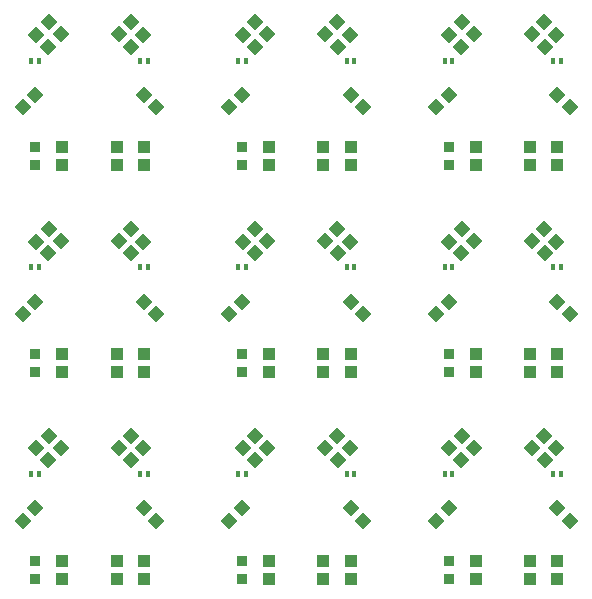
<source format=gtp>
G04*
G04 #@! TF.GenerationSoftware,Altium Limited,Altium Designer,23.9.2 (47)*
G04*
G04 Layer_Color=8421504*
%FSLAX25Y25*%
%MOIN*%
G70*
G04*
G04 #@! TF.SameCoordinates,401DFDD2-2C6D-4DC6-8BE5-0435FED1B9C0*
G04*
G04*
G04 #@! TF.FilePolarity,Positive*
G04*
G01*
G75*
%ADD13R,0.01181X0.02362*%
G04:AMPARAMS|DCode=20|XSize=39.37mil|YSize=41.34mil|CornerRadius=0mil|HoleSize=0mil|Usage=FLASHONLY|Rotation=45.000|XOffset=0mil|YOffset=0mil|HoleType=Round|Shape=Rectangle|*
%AMROTATEDRECTD20*
4,1,4,0.00070,-0.02854,-0.02854,0.00070,-0.00070,0.02854,0.02854,-0.00070,0.00070,-0.02854,0.0*
%
%ADD20ROTATEDRECTD20*%

G04:AMPARAMS|DCode=21|XSize=39.37mil|YSize=41.34mil|CornerRadius=0mil|HoleSize=0mil|Usage=FLASHONLY|Rotation=135.000|XOffset=0mil|YOffset=0mil|HoleType=Round|Shape=Rectangle|*
%AMROTATEDRECTD21*
4,1,4,0.02854,0.00070,-0.00070,-0.02854,-0.02854,-0.00070,0.00070,0.02854,0.02854,0.00070,0.0*
%
%ADD21ROTATEDRECTD21*%

%ADD22R,0.03740X0.03347*%
%ADD23R,0.03937X0.04134*%
D13*
X85728Y78740D02*
D03*
X88287D02*
D03*
X52067D02*
D03*
X49508D02*
D03*
X16831D02*
D03*
X19390D02*
D03*
X-16831D02*
D03*
X-19390D02*
D03*
X-52067D02*
D03*
X-49508D02*
D03*
X-85728D02*
D03*
X-88287D02*
D03*
X-52067Y9843D02*
D03*
X-49508D02*
D03*
X-85728D02*
D03*
X-88287D02*
D03*
X16831Y9843D02*
D03*
X19390D02*
D03*
X-16831D02*
D03*
X-19390D02*
D03*
X85728D02*
D03*
X88287D02*
D03*
X52067D02*
D03*
X49508D02*
D03*
X85728Y-59055D02*
D03*
X88287D02*
D03*
X52067D02*
D03*
X49508D02*
D03*
X16831D02*
D03*
X19390D02*
D03*
X-16831D02*
D03*
X-19390D02*
D03*
X-52067D02*
D03*
X-49508D02*
D03*
X-85728D02*
D03*
X-88287D02*
D03*
D20*
X87008Y67323D02*
D03*
X91184Y63147D02*
D03*
X78621Y87521D02*
D03*
X82797Y83345D02*
D03*
X82558Y91458D02*
D03*
X86734Y87282D02*
D03*
X18110Y67323D02*
D03*
X22286Y63147D02*
D03*
X9723Y87521D02*
D03*
X13899Y83345D02*
D03*
X13660Y91458D02*
D03*
X17836Y87282D02*
D03*
X-50787Y67323D02*
D03*
X-46612Y63147D02*
D03*
X-59175Y87521D02*
D03*
X-54999Y83345D02*
D03*
X-55238Y91458D02*
D03*
X-51062Y87282D02*
D03*
X-50787Y-1575D02*
D03*
X-46612Y-5751D02*
D03*
X-59175Y18623D02*
D03*
X-54999Y14447D02*
D03*
X-55238Y22560D02*
D03*
X-51062Y18384D02*
D03*
X18110Y-1575D02*
D03*
X22286Y-5751D02*
D03*
X9723Y18623D02*
D03*
X13899Y14447D02*
D03*
X13660Y22560D02*
D03*
X17836Y18384D02*
D03*
X87008Y-1575D02*
D03*
X91184Y-5751D02*
D03*
X78621Y18623D02*
D03*
X82797Y14447D02*
D03*
X82558Y22560D02*
D03*
X86734Y18384D02*
D03*
X87008Y-70472D02*
D03*
X91184Y-74648D02*
D03*
X78621Y-50274D02*
D03*
X82797Y-54450D02*
D03*
X82558Y-46337D02*
D03*
X86734Y-50513D02*
D03*
X18110Y-70472D02*
D03*
X22286Y-74648D02*
D03*
X9723Y-50274D02*
D03*
X13899Y-54450D02*
D03*
X13660Y-46337D02*
D03*
X17836Y-50513D02*
D03*
X-50787Y-70472D02*
D03*
X-46612Y-74648D02*
D03*
X-59175Y-50274D02*
D03*
X-54999Y-54450D02*
D03*
X-55238Y-46337D02*
D03*
X-51062Y-50513D02*
D03*
D21*
X59252Y87521D02*
D03*
X50787Y67323D02*
D03*
X46612Y63147D02*
D03*
X55238Y91458D02*
D03*
X51062Y87282D02*
D03*
X54999Y83345D02*
D03*
X-9646Y87521D02*
D03*
X-18110Y67323D02*
D03*
X-22286Y63147D02*
D03*
X-13660Y91458D02*
D03*
X-17836Y87282D02*
D03*
X-13899Y83345D02*
D03*
X-78543Y87521D02*
D03*
X-87008Y67323D02*
D03*
X-91184Y63147D02*
D03*
X-82558Y91458D02*
D03*
X-86734Y87282D02*
D03*
X-82797Y83345D02*
D03*
X-78543Y18623D02*
D03*
X-87008Y-1575D02*
D03*
X-91184Y-5751D02*
D03*
X-82558Y22560D02*
D03*
X-86734Y18384D02*
D03*
X-82797Y14447D02*
D03*
X-9646Y18623D02*
D03*
X-18110Y-1575D02*
D03*
X-22286Y-5751D02*
D03*
X-13660Y22560D02*
D03*
X-17836Y18384D02*
D03*
X-13899Y14447D02*
D03*
X59252Y18623D02*
D03*
X50787Y-1575D02*
D03*
X46612Y-5751D02*
D03*
X55238Y22560D02*
D03*
X51062Y18384D02*
D03*
X54999Y14447D02*
D03*
X59252Y-50274D02*
D03*
X50787Y-70472D02*
D03*
X46612Y-74648D02*
D03*
X55238Y-46337D02*
D03*
X51062Y-50513D02*
D03*
X54999Y-54450D02*
D03*
X-9646Y-50274D02*
D03*
X-18110Y-70472D02*
D03*
X-22286Y-74648D02*
D03*
X-13660Y-46337D02*
D03*
X-17836Y-50513D02*
D03*
X-13899Y-54450D02*
D03*
X-78543Y-50274D02*
D03*
X-87008Y-70472D02*
D03*
X-91184Y-74648D02*
D03*
X-82558Y-46337D02*
D03*
X-86734Y-50513D02*
D03*
X-82797Y-54450D02*
D03*
D22*
X50787Y49902D02*
D03*
Y43799D02*
D03*
X-18110Y49902D02*
D03*
Y43799D02*
D03*
X-87008Y49902D02*
D03*
Y43799D02*
D03*
Y-18996D02*
D03*
Y-25098D02*
D03*
X-18110Y-18996D02*
D03*
Y-25098D02*
D03*
X50787Y-18996D02*
D03*
Y-25098D02*
D03*
Y-87894D02*
D03*
Y-93996D02*
D03*
X-18110Y-87894D02*
D03*
Y-93996D02*
D03*
X-87008Y-87894D02*
D03*
Y-93996D02*
D03*
D23*
X87008Y49803D02*
D03*
Y43898D02*
D03*
X77953Y49803D02*
D03*
Y43898D02*
D03*
X59842Y49803D02*
D03*
Y43898D02*
D03*
X18110Y49803D02*
D03*
Y43898D02*
D03*
X9055Y49803D02*
D03*
Y43898D02*
D03*
X-9055Y49803D02*
D03*
Y43898D02*
D03*
X-50787Y49803D02*
D03*
Y43898D02*
D03*
X-59842Y49803D02*
D03*
Y43898D02*
D03*
X-77953Y49803D02*
D03*
Y43898D02*
D03*
X-50787Y-19094D02*
D03*
Y-25000D02*
D03*
X-59842Y-19094D02*
D03*
Y-25000D02*
D03*
X-77953Y-19094D02*
D03*
Y-25000D02*
D03*
X18110Y-19094D02*
D03*
Y-25000D02*
D03*
X9055Y-19094D02*
D03*
Y-25000D02*
D03*
X-9055Y-19094D02*
D03*
Y-25000D02*
D03*
X87008Y-19094D02*
D03*
Y-25000D02*
D03*
X77953Y-19094D02*
D03*
Y-25000D02*
D03*
X59842Y-19094D02*
D03*
Y-25000D02*
D03*
X87008Y-87992D02*
D03*
Y-93898D02*
D03*
X77953Y-87992D02*
D03*
Y-93898D02*
D03*
X59842Y-87992D02*
D03*
Y-93898D02*
D03*
X18110Y-87992D02*
D03*
Y-93898D02*
D03*
X9055Y-87992D02*
D03*
Y-93898D02*
D03*
X-9055Y-87992D02*
D03*
Y-93898D02*
D03*
X-50787Y-87992D02*
D03*
Y-93898D02*
D03*
X-59842Y-87992D02*
D03*
Y-93898D02*
D03*
X-77953Y-87992D02*
D03*
Y-93898D02*
D03*
M02*

</source>
